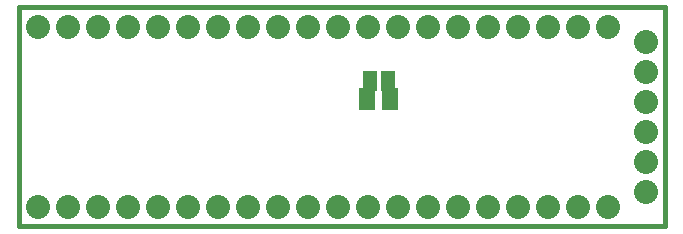
<source format=gbs>
G04 (created by PCBNEW-RS274X (2010-03-14)-final) date jue 03 nov 2011 19:09:22 ART*
G01*
G70*
G90*
%MOIN*%
G04 Gerber Fmt 3.4, Leading zero omitted, Abs format*
%FSLAX34Y34*%
G04 APERTURE LIST*
%ADD10C,0.000100*%
%ADD11C,0.015000*%
%ADD12R,0.055000X0.075000*%
%ADD13R,0.045000X0.065000*%
%ADD14O,0.080000X0.080000*%
G04 APERTURE END LIST*
G54D10*
G54D11*
X76900Y-45850D02*
X76900Y-53150D01*
X76900Y-53150D02*
X55350Y-53150D01*
X55350Y-53150D02*
X55350Y-45850D01*
X55350Y-45850D02*
X76900Y-45850D01*
G54D12*
X67725Y-48900D03*
X66975Y-48900D03*
G54D13*
X67650Y-48300D03*
X67050Y-48300D03*
G54D14*
X56000Y-52500D03*
X57000Y-52500D03*
X58000Y-52500D03*
X59000Y-52500D03*
X60000Y-52500D03*
X61000Y-52500D03*
X62000Y-52500D03*
X63000Y-52500D03*
X64000Y-52500D03*
X65000Y-52500D03*
X66000Y-52500D03*
X67000Y-52500D03*
X68000Y-52500D03*
X69000Y-52500D03*
X70000Y-52500D03*
X71000Y-52500D03*
X72000Y-52500D03*
X73000Y-52500D03*
X74000Y-52500D03*
X75000Y-52500D03*
X56000Y-46500D03*
X57000Y-46500D03*
X58000Y-46500D03*
X59000Y-46500D03*
X60000Y-46500D03*
X61000Y-46500D03*
X62000Y-46500D03*
X63000Y-46500D03*
X64000Y-46500D03*
X65000Y-46500D03*
X66000Y-46500D03*
X67000Y-46500D03*
X68000Y-46500D03*
X69000Y-46500D03*
X70000Y-46500D03*
X71000Y-46500D03*
X72000Y-46500D03*
X73000Y-46500D03*
X74000Y-46500D03*
X75000Y-46500D03*
X76250Y-47000D03*
X76250Y-48000D03*
X76250Y-49000D03*
X76250Y-50000D03*
X76250Y-51000D03*
X76250Y-52000D03*
M02*

</source>
